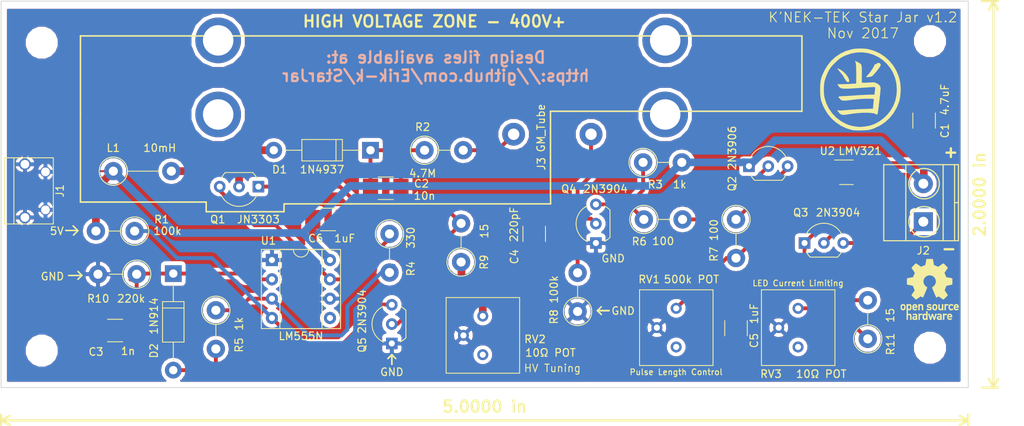
<source format=kicad_pcb>
(kicad_pcb (version 4) (host pcbnew 4.0.6)
  (layers (0 F.Cu signal) (31 B.Cu signal) (35 F.Paste user) (36 B.SilkS user) (37 F.SilkS user) (39 F.Mask user) (44 Edge.Cuts user))
  (net 0 "")
  (net 1 GND)
  (net 2 "Net-(C2-Pad1)")
  (net 3 "Net-(C3-Pad1)")
  (net 4 /PulseOutput)
  (net 5 +5V)
  (net 6 "Net-(D1-Pad2)")
  (net 7 "Net-(D2-Pad2)")
  (net 8 "Net-(J2-Pad1)")
  (net 9 "Net-(J3-Pad1)")
  (net 10 "Net-(Q1-Pad1)")
  (net 11 "Net-(R4-Pad2)")
  (net 12 "Net-(Q2-Pad3)")
  (net 13 "Net-(Q1-Pad3)")
  (net 14 "Net-(Q3-Pad2)")
  (net 15 "Net-(Q3-Pad1)")
  (net 16 "Net-(C4-Pad1)")
  (net 17 "Net-(Q2-Pad2)")
  (net 18 "Net-(Q4-Pad3)")
  (net 19 "Net-(Q5-Pad3)")
  (net 20 "Net-(R9-Pad1)")
  (net 21 "Net-(R11-Pad1)")
  (module Mounting_Holes:MountingHole_3.2mm_M3 (layer F.Cu) (at 184.2008 100.1776)
    (fp_text reference REF** hide)
    (fp_text value MountingHole_3.2mm_M3 hide)
    (pad 1 np_thru_hole circle (at 0 0) (size 3.2 3.2) (drill 3.2) (layers *.Cu *.Mask))
  )
  (module Mounting_Holes:MountingHole_3.2mm_M3 (layer F.Cu) (at 184.2008 59.8678)
    (fp_text reference REF** hide)
    (fp_text value MountingHole_3.2mm_M3 hide)
    (pad 1 np_thru_hole circle (at 0 0) (size 3.2 3.2) (drill 3.2) (layers *.Cu *.Mask))
  )
  (module Mounting_Holes:MountingHole_3.2mm_M3 (layer F.Cu) (at 67.564 100.5586)
    (fp_text reference REF** hide)
    (fp_text value MountingHole_3.2mm_M3 hide)
    (pad 1 np_thru_hole circle (at 0 0) (size 3.2 3.2) (drill 3.2) (layers *.Cu *.Mask))
  )
  (module Capacitors_SMD:C_1210_HandSoldering (layer F.Cu) (at 183.43 70.31 90)
    (fp_text reference C1 (at -1.3434 2.7266 90) (layer F.SilkS))
    (fp_text value 4.7uF (at 2.746 2.7266 90) (layer F.SilkS))
    (pad 1 smd rect (at -2 0 90) (size 2 2.5) (layers F.Cu F.Paste F.Mask) (net 5 +5V))
    (pad 2 smd rect (at 2 0 90) (size 2 2.5) (layers F.Cu F.Paste F.Mask) (net 1 GND))
  )
  (module Capacitors_SMD:C_1210_HandSoldering (layer F.Cu) (at 112.73 79.21)
    (fp_text reference C2 (at 4.7 -0.6) (layer F.SilkS))
    (fp_text value 10n (at 5.1 1) (layer F.SilkS))
    (pad 1 smd rect (at -2 0) (size 2 2.5) (layers F.Cu F.Paste F.Mask) (net 2 "Net-(C2-Pad1)"))
    (pad 2 smd rect (at 2 0) (size 2 2.5) (layers F.Cu F.Paste F.Mask) (net 1 GND))
  )
  (module Capacitors_SMD:C_1210_HandSoldering (layer F.Cu) (at 77.1906 97.917 180)
    (fp_text reference C3 (at 2.5 -2.8 180) (layer F.SilkS))
    (fp_text value 1n (at -1.7 -2.7 180) (layer F.SilkS))
    (pad 1 smd rect (at -2 0 180) (size 2 2.5) (layers F.Cu F.Paste F.Mask) (net 3 "Net-(C3-Pad1)"))
    (pad 2 smd rect (at 2 0 180) (size 2 2.5) (layers F.Cu F.Paste F.Mask) (net 1 GND))
  )
  (module Capacitors_SMD:C_1210_HandSoldering (layer F.Cu) (at 132.23 85.21 270)
    (fp_text reference C4 (at 3 2.6 450) (layer F.SilkS))
    (fp_text value 220pF (at -1.25 2.65 450) (layer F.SilkS))
    (pad 1 smd rect (at -2 0 270) (size 2 2.5) (layers F.Cu F.Paste F.Mask) (net 16 "Net-(C4-Pad1)"))
    (pad 2 smd rect (at 2 0 270) (size 2 2.5) (layers F.Cu F.Paste F.Mask) (net 1 GND))
  )
  (module Diodes_THT:D_DO-41_SOD81_P12.70mm_Horizontal (layer F.Cu) (at 110.73 74.21 180)
    (fp_text reference D1 (at 11.938 -2.54 180) (layer F.SilkS))
    (fp_text value 1N4937 (at 6.35 -2.54 180) (layer F.SilkS))
    (pad 1 thru_hole rect (at 0 0 180) (size 2.2 2.2) (drill 1.1) (layers *.Cu *.Mask) (net 2 "Net-(C2-Pad1)"))
    (pad 2 thru_hole oval (at 12.7 0 180) (size 2.2 2.2) (drill 1.1) (layers *.Cu *.Mask) (net 6 "Net-(D1-Pad2)"))
  )
  (module Diodes_THT:D_DO-41_SOD81_P12.70mm_Horizontal (layer F.Cu) (at 84.836 90.424 270)
    (fp_text reference D2 (at 10.16 2.54 270) (layer F.SilkS))
    (fp_text value 1N914 (at 5.588 2.54 270) (layer F.SilkS))
    (pad 1 thru_hole rect (at 0 0 270) (size 2.2 2.2) (drill 1.1) (layers *.Cu *.Mask) (net 3 "Net-(C3-Pad1)"))
    (pad 2 thru_hole oval (at 12.7 0 270) (size 2.2 2.2) (drill 1.1) (layers *.Cu *.Mask) (net 7 "Net-(D2-Pad2)"))
  )
  (module TO_SOT_Packages_THT:TO-92_Inline_Wide (layer F.Cu) (at 96.012 78.994 180)
    (fp_text reference Q1 (at 5.334 -4.318 360) (layer F.SilkS))
    (fp_text value JN3303 (at 0 -4.318 180) (layer F.SilkS))
    (pad 2 thru_hole circle (at 2.54 0 270) (size 1.524 1.524) (drill 0.8) (layers *.Cu *.Mask) (net 6 "Net-(D1-Pad2)"))
    (pad 3 thru_hole circle (at 5.08 0 270) (size 1.524 1.524) (drill 0.8) (layers *.Cu *.Mask) (net 13 "Net-(Q1-Pad3)"))
    (pad 1 thru_hole rect (at 0 0 270) (size 1.524 1.524) (drill 0.8) (layers *.Cu *.Mask) (net 10 "Net-(Q1-Pad1)"))
  )
  (module TO_SOT_Packages_THT:TO-92_Inline_Wide (layer F.Cu) (at 160.43 76.31)
    (fp_text reference Q2 (at -2.2 2.3 90) (layer F.SilkS))
    (fp_text value 2N3906 (at -2.2 -2.4 270) (layer F.SilkS))
    (pad 2 thru_hole circle (at 2.54 0 90) (size 1.524 1.524) (drill 0.8) (layers *.Cu *.Mask) (net 17 "Net-(Q2-Pad2)"))
    (pad 3 thru_hole circle (at 5.08 0 90) (size 1.524 1.524) (drill 0.8) (layers *.Cu *.Mask) (net 12 "Net-(Q2-Pad3)"))
    (pad 1 thru_hole rect (at 0 0 90) (size 1.524 1.524) (drill 0.8) (layers *.Cu *.Mask) (net 5 +5V))
  )
  (module Potentiometers:Potentiometer_Trimmer_Suntan_TSR-3386P_Horizontal (layer F.Cu) (at 150.876 94.996 180)
    (fp_text reference RV1 (at 3.556 3.81 180) (layer F.SilkS))
    (fp_text value "500k POT" (at -2.0066 3.81 180) (layer F.SilkS))
    (pad 3 thru_hole circle (at 0 -5.08 180) (size 1.44 1.44) (drill 0.8) (layers *.Cu *.Mask))
    (pad 2 thru_hole circle (at 2.54 -2.54 180) (size 1.44 1.44) (drill 0.8) (layers *.Cu *.Mask) (net 1 GND))
    (pad 1 thru_hole circle (at 0 0 180) (size 1.44 1.44) (drill 0.8) (layers *.Cu *.Mask) (net 4 /PulseOutput))
  )
  (module Potentiometers:Potentiometer_Trimmer_Suntan_TSR-3386P_Horizontal (layer F.Cu) (at 125.476 96.012 180)
    (fp_text reference RV2 (at -6.858 -3.048 180) (layer F.SilkS))
    (fp_text value "10Ω POT" (at -8.89 -4.826 180) (layer F.SilkS))
    (pad 3 thru_hole circle (at 0 -5.08 180) (size 1.44 1.44) (drill 0.8) (layers *.Cu *.Mask))
    (pad 2 thru_hole circle (at 2.54 -2.54 180) (size 1.44 1.44) (drill 0.8) (layers *.Cu *.Mask) (net 1 GND))
    (pad 1 thru_hole circle (at 0 0 180) (size 1.44 1.44) (drill 0.8) (layers *.Cu *.Mask) (net 20 "Net-(R9-Pad1)"))
  )
  (module Housings_DIP:DIP-8_W7.62mm_Socket (layer F.Cu) (at 97.79 88.646)
    (fp_text reference U1 (at -0.46 -2.536) (layer F.SilkS))
    (fp_text value LM555N (at 3.81 10.01) (layer F.SilkS))
    (pad 1 thru_hole rect (at 0 0) (size 1.6 1.6) (drill 0.8) (layers *.Cu *.Mask) (net 1 GND))
    (pad 5 thru_hole oval (at 7.62 7.62) (size 1.6 1.6) (drill 0.8) (layers *.Cu *.Mask))
    (pad 2 thru_hole oval (at 0 2.54) (size 1.6 1.6) (drill 0.8) (layers *.Cu *.Mask) (net 3 "Net-(C3-Pad1)"))
    (pad 6 thru_hole oval (at 7.62 5.08) (size 1.6 1.6) (drill 0.8) (layers *.Cu *.Mask) (net 1 GND))
    (pad 3 thru_hole oval (at 0 5.08) (size 1.6 1.6) (drill 0.8) (layers *.Cu *.Mask) (net 11 "Net-(R4-Pad2)"))
    (pad 7 thru_hole oval (at 7.62 2.54) (size 1.6 1.6) (drill 0.8) (layers *.Cu *.Mask) (net 13 "Net-(Q1-Pad3)"))
    (pad 4 thru_hole oval (at 0 7.62) (size 1.6 1.6) (drill 0.8) (layers *.Cu *.Mask) (net 19 "Net-(Q5-Pad3)"))
    (pad 8 thru_hole oval (at 7.62 0) (size 1.6 1.6) (drill 0.8) (layers *.Cu *.Mask) (net 5 +5V))
  )
  (module Resistors_THT:R_Axial_DIN0411_L9.9mm_D3.6mm_P5.08mm_Vertical (layer F.Cu) (at 79.756 84.836 180)
    (fp_text reference R1 (at -3.556 1.524 180) (layer F.SilkS))
    (fp_text value 100k (at -4.318 0 180) (layer F.SilkS))
    (pad 1 thru_hole circle (at 0 0 180) (size 2.4 2.4) (drill 1.2) (layers *.Cu *.Mask) (net 19 "Net-(Q5-Pad3)"))
    (pad 2 thru_hole oval (at 5.08 0 180) (size 2.4 2.4) (drill 1.2) (layers *.Cu *.Mask) (net 5 +5V))
  )
  (module Resistors_THT:R_Axial_DIN0411_L9.9mm_D3.6mm_P5.08mm_Vertical (layer F.Cu) (at 117.83 74.21)
    (fp_text reference R2 (at -0.254 -3.048) (layer F.SilkS))
    (fp_text value 4.7M (at -0.254 3.048) (layer F.SilkS))
    (pad 1 thru_hole circle (at 0 0) (size 2.4 2.4) (drill 1.2) (layers *.Cu *.Mask) (net 2 "Net-(C2-Pad1)"))
    (pad 2 thru_hole oval (at 5.08 0) (size 2.4 2.4) (drill 1.2) (layers *.Cu *.Mask) (net 9 "Net-(J3-Pad1)"))
  )
  (module Resistors_THT:R_Axial_DIN0411_L9.9mm_D3.6mm_P5.08mm_Vertical (layer F.Cu) (at 146.53 75.81)
    (fp_text reference R3 (at 1.6 2.9) (layer F.SilkS))
    (fp_text value 1k (at 4.8 2.9) (layer F.SilkS))
    (pad 1 thru_hole circle (at 0 0) (size 2.4 2.4) (drill 1.2) (layers *.Cu *.Mask) (net 18 "Net-(Q4-Pad3)"))
    (pad 2 thru_hole oval (at 5.08 0) (size 2.4 2.4) (drill 1.2) (layers *.Cu *.Mask) (net 5 +5V))
  )
  (module Resistors_THT:R_Axial_DIN0411_L9.9mm_D3.6mm_P5.08mm_Vertical (layer F.Cu) (at 113.23 85.21 270)
    (fp_text reference R4 (at 4.572 -2.794 270) (layer F.SilkS))
    (fp_text value 330 (at 0.508 -2.794 270) (layer F.SilkS))
    (pad 1 thru_hole circle (at 0 0 270) (size 2.4 2.4) (drill 1.2) (layers *.Cu *.Mask) (net 13 "Net-(Q1-Pad3)"))
    (pad 2 thru_hole oval (at 5.08 0 270) (size 2.4 2.4) (drill 1.2) (layers *.Cu *.Mask) (net 11 "Net-(R4-Pad2)"))
  )
  (module Resistors_THT:R_Axial_DIN0411_L9.9mm_D3.6mm_P5.08mm_Vertical (layer F.Cu) (at 90.424 95.25 270)
    (fp_text reference R5 (at 4.572 -3.048 270) (layer F.SilkS))
    (fp_text value 1k (at 1.778 -3.048 270) (layer F.SilkS))
    (pad 1 thru_hole circle (at 0 0 270) (size 2.4 2.4) (drill 1.2) (layers *.Cu *.Mask) (net 11 "Net-(R4-Pad2)"))
    (pad 2 thru_hole oval (at 5.08 0 270) (size 2.4 2.4) (drill 1.2) (layers *.Cu *.Mask) (net 7 "Net-(D2-Pad2)"))
  )
  (module Resistors_THT:R_Axial_DIN0411_L9.9mm_D3.6mm_P5.08mm_Vertical (layer F.Cu) (at 146.63 83.31)
    (fp_text reference R6 (at -0.6 2.9) (layer F.SilkS))
    (fp_text value 100 (at 2.54 2.86) (layer F.SilkS))
    (pad 1 thru_hole circle (at 0 0) (size 2.4 2.4) (drill 1.2) (layers *.Cu *.Mask) (net 18 "Net-(Q4-Pad3)"))
    (pad 2 thru_hole oval (at 5.08 0) (size 2.4 2.4) (drill 1.2) (layers *.Cu *.Mask) (net 17 "Net-(Q2-Pad2)"))
  )
  (module Resistors_THT:R_Axial_DIN0411_L9.9mm_D3.6mm_P5.08mm_Vertical (layer F.Cu) (at 158.73 83.31 270)
    (fp_text reference R7 (at 4.574 2.901 270) (layer F.SilkS))
    (fp_text value 100 (at 1.399 2.901 270) (layer F.SilkS))
    (pad 1 thru_hole circle (at 0 0 270) (size 2.4 2.4) (drill 1.2) (layers *.Cu *.Mask) (net 12 "Net-(Q2-Pad3)"))
    (pad 2 thru_hole oval (at 5.08 0 270) (size 2.4 2.4) (drill 1.2) (layers *.Cu *.Mask) (net 4 /PulseOutput))
  )
  (module Resistors_THT:R_Axial_DIN0411_L9.9mm_D3.6mm_P5.08mm_Vertical (layer F.Cu) (at 137.93 95.41 90)
    (fp_text reference R8 (at -0.7 -3.1 90) (layer F.SilkS))
    (fp_text value 100k (at 2.9 -3.1 90) (layer F.SilkS))
    (pad 1 thru_hole circle (at 0 0 90) (size 2.4 2.4) (drill 1.2) (layers *.Cu *.Mask) (net 1 GND))
    (pad 2 thru_hole oval (at 5.08 0 90) (size 2.4 2.4) (drill 1.2) (layers *.Cu *.Mask) (net 16 "Net-(C4-Pad1)"))
  )
  (module TO_SOT_Packages_THT:TO-92_Inline_Wide (layer F.Cu) (at 140.33 86.41 90)
    (fp_text reference Q4 (at 7.112 -3.556 360) (layer F.SilkS))
    (fp_text value 2N3904 (at 7.112 1.27 180) (layer F.SilkS))
    (pad 2 thru_hole circle (at 2.54 0 180) (size 1.524 1.524) (drill 0.8) (layers *.Cu *.Mask) (net 16 "Net-(C4-Pad1)"))
    (pad 3 thru_hole circle (at 5.08 0 180) (size 1.524 1.524) (drill 0.8) (layers *.Cu *.Mask) (net 18 "Net-(Q4-Pad3)"))
    (pad 1 thru_hole rect (at 0 0 180) (size 1.524 1.524) (drill 0.8) (layers *.Cu *.Mask) (net 1 GND))
  )
  (module Resistors_THT:R_Axial_DIN0411_L9.9mm_D3.6mm_P5.08mm_Vertical (layer F.Cu) (at 122.63 88.91 90)
    (fp_text reference R9 (at -0.0154 3.0238 90) (layer F.SilkS))
    (fp_text value 15 (at 4.064 3.048 90) (layer F.SilkS))
    (pad 1 thru_hole circle (at 0 0 90) (size 2.4 2.4) (drill 1.2) (layers *.Cu *.Mask) (net 20 "Net-(R9-Pad1)"))
    (pad 2 thru_hole oval (at 5.08 0 90) (size 2.4 2.4) (drill 1.2) (layers *.Cu *.Mask) (net 10 "Net-(Q1-Pad1)"))
  )
  (module Capacitors_SMD:C_1210_HandSoldering (layer F.Cu) (at 158.73 97.61 270)
    (fp_text reference C5 (at 1.6278 -2.3822 270) (layer F.SilkS))
    (fp_text value 1uF (at -1.9028 -2.3822 270) (layer F.SilkS))
    (pad 1 smd rect (at -2 0 270) (size 2 2.5) (layers F.Cu F.Paste F.Mask) (net 4 /PulseOutput))
    (pad 2 smd rect (at 2 0 270) (size 2 2.5) (layers F.Cu F.Paste F.Mask) (net 1 GND))
  )
  (module Capacitors_SMD:C_1210_HandSoldering (layer F.Cu) (at 105.156 83.312)
    (fp_text reference C6 (at -1.6256 2.4892) (layer F.SilkS))
    (fp_text value 1uF (at 2.1844 2.4892) (layer F.SilkS))
    (pad 1 smd rect (at -2 0) (size 2 2.5) (layers F.Cu F.Paste F.Mask) (net 5 +5V))
    (pad 2 smd rect (at 2 0) (size 2 2.5) (layers F.Cu F.Paste F.Mask) (net 1 GND))
  )
  (module Resistors_THT:R_Axial_DIN0411_L9.9mm_D3.6mm_P7.62mm_Vertical (layer F.Cu) (at 76.962 76.962)
    (fp_text reference L1 (at 0 -3.048) (layer F.SilkS))
    (fp_text value 10mH (at 6.096 -3.048) (layer F.SilkS))
    (pad 1 thru_hole circle (at 0 0) (size 2.4 2.4) (drill 1.2) (layers *.Cu *.Mask) (net 5 +5V))
    (pad 2 thru_hole oval (at 7.62 0) (size 2.4 2.4) (drill 1.2) (layers *.Cu *.Mask) (net 6 "Net-(D1-Pad2)"))
  )
  (module TO_SOT_Packages_THT:TO-92_Inline_Wide (layer F.Cu) (at 167.73 86.41)
    (fp_text reference Q3 (at -0.5 -4 180) (layer F.SilkS))
    (fp_text value 2N3904 (at 4.4 -4 180) (layer F.SilkS))
    (pad 2 thru_hole circle (at 2.54 0 90) (size 1.524 1.524) (drill 0.8) (layers *.Cu *.Mask) (net 14 "Net-(Q3-Pad2)"))
    (pad 3 thru_hole circle (at 5.08 0 90) (size 1.524 1.524) (drill 0.8) (layers *.Cu *.Mask) (net 8 "Net-(J2-Pad1)"))
    (pad 1 thru_hole rect (at 0 0 90) (size 1.524 1.524) (drill 0.8) (layers *.Cu *.Mask) (net 15 "Net-(Q3-Pad1)"))
  )
  (module Potentiometers:Potentiometer_Trimmer_Suntan_TSR-3386P_Horizontal (layer F.Cu) (at 166.878 94.996 180)
    (fp_text reference RV3 (at 3.556 -8.636 180) (layer F.SilkS))
    (fp_text value "10Ω POT" (at -3.048 -8.636 180) (layer F.SilkS))
    (pad 3 thru_hole circle (at 0 -5.08 180) (size 1.44 1.44) (drill 0.8) (layers *.Cu *.Mask))
    (pad 2 thru_hole circle (at 2.54 -2.54 180) (size 1.44 1.44) (drill 0.8) (layers *.Cu *.Mask) (net 1 GND))
    (pad 1 thru_hole circle (at 0 0 180) (size 1.44 1.44) (drill 0.8) (layers *.Cu *.Mask) (net 21 "Net-(R11-Pad1)"))
  )
  (module TO_SOT_Packages_SMD:SOT-23-5_HandSoldering (layer F.Cu) (at 173.23 77.11)
    (fp_text reference U2 (at -2.5 -2.8) (layer F.SilkS))
    (fp_text value LMV321 (at 1.8 -2.8) (layer F.SilkS))
    (pad 1 smd rect (at -1.35 -0.95) (size 1.56 0.65) (layers F.Cu F.Paste F.Mask) (net 4 /PulseOutput))
    (pad 2 smd rect (at -1.35 0) (size 1.56 0.65) (layers F.Cu F.Paste F.Mask) (net 1 GND))
    (pad 3 smd rect (at -1.35 0.95) (size 1.56 0.65) (layers F.Cu F.Paste F.Mask) (net 15 "Net-(Q3-Pad1)"))
    (pad 4 smd rect (at 1.35 0.95) (size 1.56 0.65) (layers F.Cu F.Paste F.Mask) (net 14 "Net-(Q3-Pad2)"))
    (pad 5 smd rect (at 1.35 -0.95) (size 1.56 0.65) (layers F.Cu F.Paste F.Mask) (net 5 +5V))
  )
  (module Connectors_Terminal_Blocks:TerminalBlock_Pheonix_MKDS1.5-2pol (layer F.Cu) (at 183.33 83.61 90)
    (fp_text reference J2 (at -3.8 0 180) (layer F.SilkS))
    (fp_text value Screw_Terminal_1x02 hide)
    (pad 1 thru_hole rect (at 0 0 90) (size 2.5 2.5) (drill 1.3) (layers *.Cu *.Mask) (net 8 "Net-(J2-Pad1)"))
    (pad 2 thru_hole circle (at 5 0 90) (size 2.5 2.5) (drill 1.3) (layers *.Cu *.Mask) (net 5 +5V))
  )
  (module Wire_Connections_Bridges:WireConnection_1.50mmDrill (layer F.Cu) (at 129.53 72.11)
    (fp_text reference J3 (at 3.6422 3.8868 90) (layer F.SilkS))
    (fp_text value GM_Tube (at 3.5914 -0.8122 90) (layer F.SilkS))
    (pad 1 thru_hole circle (at 0 0) (size 2.99974 2.99974) (drill 1.50114) (layers *.Cu *.Mask) (net 9 "Net-(J3-Pad1)"))
    (pad 2 thru_hole circle (at 10.16 0) (size 2.99974 2.99974) (drill 1.50114) (layers *.Cu *.Mask) (net 16 "Net-(C4-Pad1)"))
  )
  (module TO_SOT_Packages_THT:TO-92_Inline_Wide (layer F.Cu) (at 113.53 99.61 90)
    (fp_text reference Q5 (at -0.2 -3.9 270) (layer F.SilkS))
    (fp_text value 2N3904 (at 4.2 -3.9 90) (layer F.SilkS))
    (pad 2 thru_hole circle (at 2.54 0 180) (size 1.524 1.524) (drill 0.8) (layers *.Cu *.Mask) (net 10 "Net-(Q1-Pad1)"))
    (pad 3 thru_hole circle (at 5.08 0 180) (size 1.524 1.524) (drill 0.8) (layers *.Cu *.Mask) (net 19 "Net-(Q5-Pad3)"))
    (pad 1 thru_hole rect (at 0 0 180) (size 1.524 1.524) (drill 0.8) (layers *.Cu *.Mask) (net 1 GND))
  )
  (module Resistors_THT:R_Axial_DIN0411_L9.9mm_D3.6mm_P5.08mm_Vertical (layer F.Cu) (at 80.03 90.51 180)
    (fp_text reference R10 (at 5.0492 -3.216 180) (layer F.SilkS))
    (fp_text value 220k (at 0.7312 -3.216 180) (layer F.SilkS))
    (pad 1 thru_hole circle (at 0 0 180) (size 2.4 2.4) (drill 1.2) (layers *.Cu *.Mask) (net 3 "Net-(C3-Pad1)"))
    (pad 2 thru_hole oval (at 5.08 0 180) (size 2.4 2.4) (drill 1.2) (layers *.Cu *.Mask) (net 1 GND))
  )
  (module Resistors_THT:R_Axial_DIN0411_L9.9mm_D3.6mm_P5.08mm_Vertical (layer F.Cu) (at 176.03 99.01 90)
    (fp_text reference R11 (at -0.685 2.9892 90) (layer F.SilkS))
    (fp_text value 15 (at 3.0996 2.9638 90) (layer F.SilkS))
    (pad 1 thru_hole circle (at 0 0 90) (size 2.4 2.4) (drill 1.2) (layers *.Cu *.Mask) (net 21 "Net-(R11-Pad1)"))
    (pad 2 thru_hole oval (at 5.08 0 90) (size 2.4 2.4) (drill 1.2) (layers *.Cu *.Mask) (net 15 "Net-(Q3-Pad1)"))
  )
  (module CustomFootprints:GM_tube_ziptie_mounts (layer F.Cu) (at 90.73 69.51 90)
    (fp_text reference FuseHolder1 hide)
    (fp_text value ZipTie)
    (pad 1 thru_hole circle (at 0 0 90) (size 6 6) (drill 4) (layers *.Cu *.Mask))
    (pad 2 thru_hole circle (at 9.74 0 90) (size 6 6) (drill oval 4) (layers *.Cu *.Mask))
  )
  (module CustomFootprints:GM_tube_ziptie_mounts (layer F.Cu) (at 149.43 69.51 90)
    (fp_text reference FuseHolder1 hide)
    (fp_text value ZipTie)
    (pad 1 thru_hole circle (at 0 0 90) (size 6 6) (drill 4) (layers *.Cu *.Mask))
    (pad 2 thru_hole circle (at 9.74 0 90) (size 6 6) (drill 4) (layers *.Cu *.Mask))
  )
  (module KNEK-TEK_logo:KNEK-TEK_logo_11mm (layer F.Cu) (at 175.0822 66.294)
    (fp_text reference G*** hide)
    (fp_text value LOGO hide)
  )
  (module Symbols:OSHW-Logo_7.5x8mm_SilkScreen (layer F.Cu) (at 184.15 92.5068)
    (fp_text reference REF*** hide)
    (fp_text value OSHW-Logo_7.5x8mm_SilkScreen hide)
  )
  (module Mounting_Holes:MountingHole_3.2mm_M3 (layer F.Cu) (at 67.564 60.071)
    (fp_text reference REF** hide)
    (fp_text value MountingHole_3.2mm_M3 hide)
    (pad 1 np_thru_hole circle (at 0 0) (size 3.2 3.2) (drill 3.2) (layers *.Cu *.Mask))
  )
  (module CustomFootprints:USB_Micro-B_big_holes_for_OSHpark (layer F.Cu) (at 66.7004 79.5528 270)
    (fp_text reference J1 (at 0 -3.24 270) (layer F.SilkS))
    (fp_text value USB_OTG)
    (pad 1 smd rect (at -1.3 -1.35) (size 1.35 0.4) (layers F.Cu F.Paste F.Mask) (net 5 +5V))
    (pad 2 smd rect (at -0.65 -1.35) (size 1.35 0.4) (layers F.Cu F.Paste F.Mask))
    (pad 3 smd rect (at 0 -1.35) (size 1.35 0.4) (layers F.Cu F.Paste F.Mask))
    (pad 4 smd rect (at 0.65 -1.35) (size 1.35 0.4) (layers F.Cu F.Paste F.Mask))
    (pad 5 smd rect (at 1.3 -1.35) (size 1.35 0.4) (layers F.Cu F.Paste F.Mask) (net 1 GND))
    (pad 6 thru_hole circle (at -2.5 -1.35) (size 1.397 1.397) (drill 1.143) (layers *.Cu *.Mask) (net 1 GND))
    (pad 6 thru_hole circle (at 2.5 -1.35) (size 1.397 1.397) (drill 1.143) (layers *.Cu *.Mask) (net 1 GND))
    (pad 6 thru_hole circle (at -3.5 1.35) (size 1.5494 1.5494) (drill 1.143) (layers *.Cu *.Mask) (net 1 GND))
    (pad 6 thru_hole circle (at 3.5 1.35) (size 1.5494 1.5494) (drill 1.143) (layers *.Cu *.Mask) (net 1 GND))
  )
  (gr_line (start 72.2884 84.7598) (end 70.7136 84.7598) (angle 90) (layer F.SilkS) (width 0.2))
  (gr_line (start 72.3138 84.7852) (end 71.7296 85.3694) (angle 90) (layer F.SilkS) (width 0.2))
  (gr_line (start 72.3138 84.7852) (end 71.6788 84.1502) (angle 90) (layer F.SilkS) (width 0.2))
  (gr_text 5V (at 69.5452 84.836) (layer F.SilkS) (effects (font (size 1 1))))
  (gr_text "Design files available at:\nhttps://github.com/Erik-k/StarJar" (at 119.3038 63.2206) (layer B.SilkS) (effects (font (size 1.5 1.5) (thickness 0.3)) (justify mirror)))
  (gr_line (start 72.7964 90.7034) (end 72.3138 91.186) (angle 90) (layer F.SilkS) (width 0.2))
  (gr_line (start 72.8472 90.678) (end 72.3138 90.1446) (angle 90) (layer F.SilkS) (width 0.2))
  (gr_line (start 71.0946 90.678) (end 72.8472 90.678) (angle 90) (layer F.SilkS) (width 0.2))
  (gr_text GND (at 68.961 90.805) (layer F.SilkS) (effects (font (size 1 1))))
  (gr_text GND (at 142.5956 88.4428) (layer F.SilkS) (effects (font (size 1 1))))
  (gr_line (start 134.38 80.26) (end 134.38 81.26) (angle 90) (layer F.SilkS) (width 0.2))
  (gr_line (start 108.03 81.26) (end 108.23 81.26) (angle 90) (layer F.SilkS) (width 0.2))
  (gr_line (start 99.38 81.26) (end 99.38 82.31) (angle 90) (layer F.SilkS) (width 0.2))
  (gr_text "LED Current Limiting" (at 166.878 91.694) (layer F.SilkS) (effects (font (size 0.762 0.762) (thickness 0.127))))
  (gr_line (start 113.538 101.092) (end 114.046 101.6) (angle 90) (layer F.SilkS) (width 0.2))
  (gr_line (start 113.03 101.6) (end 113.538 101.092) (angle 90) (layer F.SilkS) (width 0.2))
  (gr_line (start 113.538 101.092) (end 113.03 101.6) (angle 90) (layer F.SilkS) (width 0.2))
  (gr_line (start 113.538 102.362) (end 113.538 101.092) (angle 90) (layer F.SilkS) (width 0.2))
  (gr_line (start 113.538 101.092) (end 113.538 102.362) (angle 90) (layer F.SilkS) (width 0.2))
  (gr_text GND (at 113.538 103.378) (layer F.SilkS) (effects (font (size 1 1))))
  (gr_line (start 140.5313 95.2981) (end 141.0393 94.7901) (angle 90) (layer F.SilkS) (width 0.2))
  (gr_line (start 141.0393 95.8061) (end 140.5313 95.2981) (angle 90) (layer F.SilkS) (width 0.2))
  (gr_line (start 140.5313 95.2981) (end 141.0393 95.8061) (angle 90) (layer F.SilkS) (width 0.2))
  (gr_line (start 142.0553 95.2981) (end 140.5313 95.2981) (angle 90) (layer F.SilkS) (width 0.2))
  (gr_line (start 140.5313 95.2981) (end 142.0553 95.2981) (angle 90) (layer F.SilkS) (width 0.2))
  (gr_text GND (at 143.9064 95.332) (layer F.SilkS) (effects (font (size 1 1))))
  (gr_line (start 99.414 81.264) (end 108.05 81.264) (angle 90) (layer F.SilkS) (width 0.2))
  (gr_line (start 89.154 82.296) (end 99.314 82.296) (angle 90) (layer F.SilkS) (width 0.2))
  (gr_line (start 89.154 81.026) (end 89.154 82.296) (angle 90) (layer F.SilkS) (width 0.2))
  (gr_line (start 72.644 81.026) (end 89.154 81.026) (angle 90) (layer F.SilkS) (width 0.2))
  (gr_line (start 72.644 69.342) (end 72.644 81.026) (angle 90) (layer F.SilkS) (width 0.2))
  (dimension 127 (width 0.3) (layer F.SilkS) (gr_text "5.0000 in" (at 125.73 111.078) (layer F.SilkS) (effects (font (size 1.5 1.5) (thickness 0.3)))) (feature1 (pts (xy 62.23 108.966) (xy 62.23 112.428))) (feature2 (pts (xy 189.23 108.966) (xy 189.23 112.428))) (crossbar (pts (xy 189.23 109.728) (xy 62.23 109.728))) (arrow1a (pts (xy 62.23 109.728) (xy 63.356504 109.141579))) (arrow1b (pts (xy 62.23 109.728) (xy 63.356504 110.314421))) (arrow2a (pts (xy 189.23 109.728) (xy 188.103496 109.141579))) (arrow2b (pts (xy 189.23 109.728) (xy 188.103496 110.314421))))
  (dimension 50.8 (width 0.3) (layer F.SilkS) (gr_text "2.0000 in" (at 193.882 80.01 270) (layer F.SilkS) (effects (font (size 1.5 1.5) (thickness 0.3)))) (feature1 (pts (xy 191.008 105.41) (xy 195.232 105.41))) (feature2 (pts (xy 191.008 54.61) (xy 195.232 54.61))) (crossbar (pts (xy 192.532 54.61) (xy 192.532 105.41))) (arrow1a (pts (xy 192.532 105.41) (xy 191.945579 104.283496))) (arrow1b (pts (xy 192.532 105.41) (xy 193.118421 104.283496))) (arrow2a (pts (xy 192.532 54.61) (xy 191.945579 55.736504))) (arrow2b (pts (xy 192.532 54.61) (xy 193.118421 55.736504))))
  (gr_text "HIGH VOLTAGE ZONE - 400V+" (at 119.126 57.277) (layer F.SilkS) (effects (font (size 1.5 1.5) (thickness 0.3))))
  (gr_line (start 167.386 59.182) (end 72.644 59.182) (angle 90) (layer F.SilkS) (width 0.2))
  (gr_line (start 167.386 69.088) (end 167.386 59.182) (angle 90) (layer F.SilkS) (width 0.2))
  (gr_line (start 134.366 69.088) (end 167.386 69.088) (angle 90) (layer F.SilkS) (width 0.2))
  (gr_line (start 134.366 80.264) (end 134.366 69.088) (angle 90) (layer F.SilkS) (width 0.2))
  (gr_line (start 108.204 81.264) (end 134.366 81.264) (angle 90) (layer F.SilkS) (width 0.2))
  (gr_line (start 72.644 59.182) (end 72.644 69.342) (angle 90) (layer F.SilkS) (width 0.2))
  (gr_text - (at 186.69 87.122) (layer F.SilkS) (effects (font (size 1.5 1.5) (thickness 0.3))))
  (gr_text + (at 186.944 74.422) (layer F.SilkS) (effects (font (size 1.5 1.5) (thickness 0.3))))
  (gr_text "K'NEK-TEK Star Jar v1.2\nNov 2017" (at 175.387 57.785) (layer F.SilkS) (effects (font (size 1.3 1.3) (thickness 0.127))))
  (gr_text "HV Tuning" (at 134.62 102.87) (layer F.SilkS) (effects (font (size 0.9906 0.9906) (thickness 0.127))))
  (gr_text "Pulse Length Control" (at 150.876 103.378) (layer F.SilkS) (effects (font (size 0.762 0.762) (thickness 0.127))))
  (gr_line (start 62.23 54.61) (end 62.23 105.41) (angle 90) (layer Edge.Cuts) (width 0.1))
  (gr_line (start 189.23 54.61) (end 62.23 54.61) (angle 90) (layer Edge.Cuts) (width 0.1))
  (gr_line (start 189.23 105.41) (end 189.23 54.61) (angle 90) (layer Edge.Cuts) (width 0.1))
  (gr_line (start 62.23 105.41) (end 189.23 105.41) (angle 90) (layer Edge.Cuts) (width 0.1))
  (segment (start 68.0504 80.8528) (end 69.7438 80.8528) (width 0.254) (layer F.Cu) (net 1))
  (segment (start 66.9328 80.8274) (end 68.2452 80.8274) (width 0.254) (layer F.Cu) (net 1))
  (segment (start 68.2452 80.8274) (end 68.2498 80.8228) (width 0.254) (layer F.Cu) (net 1))
  (segment (start 66.9328 80.8274) (end 65.7398 80.8274) (width 0.254) (layer F.Cu) (net 1))
  (segment (start 65.7398 80.8274) (end 65.7352 80.8228) (width 0.254) (layer F.Cu) (net 1))
  (segment (start 171.88 77.11) (end 170.93 77.11) (width 0.254) (layer F.Cu) (net 1))
  (segment (start 170.03 78.01) (end 170.03 78.51) (width 0.254) (layer F.Cu) (net 1))
  (segment (start 170.93 77.11) (end 170.03 78.01) (width 0.254) (layer F.Cu) (net 1))
  (segment (start 171.88 77.11) (end 173.23 77.11) (width 0.254) (layer F.Cu) (net 1))
  (segment (start 173.23 77.11) (end 173.23 75.51) (width 0.254) (layer F.Cu) (net 1))
  (segment (start 104.648 93.726) (end 105.41 93.726) (width 0.508) (layer B.Cu) (net 1))
  (segment (start 110.73 74.21) (end 117.83 74.21) (width 0.508) (layer F.Cu) (net 2))
  (segment (start 110.73 74.21) (end 110.73 79.21) (width 0.508) (layer F.Cu) (net 2))
  (segment (start 80.03 90.51) (end 80.03 94.5696) (width 0.508) (layer F.Cu) (net 3))
  (segment (start 79.1906 95.409) (end 79.1906 97.917) (width 0.508) (layer F.Cu) (net 3))
  (segment (start 80.03 94.5696) (end 79.1906 95.409) (width 0.508) (layer F.Cu) (net 3))
  (segment (start 79.216 91.218) (end 80.01 90.424) (width 0.508) (layer F.Cu) (net 3))
  (segment (start 80.01 90.424) (end 84.836 90.424) (width 0.508) (layer F.Cu) (net 3))
  (segment (start 84.836 90.424) (end 93.472 90.424) (width 0.508) (layer F.Cu) (net 3))
  (segment (start 94.234 91.186) (end 97.79 91.186) (width 0.508) (layer F.Cu) (net 3))
  (segment (start 93.472 90.424) (end 94.234 91.186) (width 0.508) (layer F.Cu) (net 3))
  (segment (start 171.88 76.16) (end 170.96 76.16) (width 0.508) (layer F.Cu) (net 4))
  (segment (start 170.96 76.16) (end 158.73 88.39) (width 0.508) (layer F.Cu) (net 4))
  (segment (start 158.73 88.39) (end 157.482 88.39) (width 0.508) (layer F.Cu) (net 4))
  (segment (start 157.482 88.39) (end 155.448 90.424) (width 0.508) (layer F.Cu) (net 4))
  (segment (start 158.75 93.726) (end 155.448 90.424) (width 0.508) (layer F.Cu) (net 4))
  (segment (start 158.75 95.536) (end 158.75 93.726) (width 0.508) (layer F.Cu) (net 4))
  (segment (start 155.448 90.424) (end 150.876 94.996) (width 0.508) (layer F.Cu) (net 4))
  (segment (start 76.962 76.962) (end 74.1172 76.962) (width 0.254) (layer F.Cu) (net 5))
  (segment (start 74.1172 76.962) (end 72.8264 78.2528) (width 0.254) (layer F.Cu) (net 5))
  (segment (start 72.8264 78.2528) (end 68.0504 78.2528) (width 0.254) (layer F.Cu) (net 5))
  (segment (start 180.88 76.16) (end 183.388 76.16) (width 1.016) (layer F.Cu) (net 5))
  (segment (start 183.33 76.21) (end 183.388 76.21) (width 1.016) (layer F.Cu) (net 5))
  (segment (start 183.338 76.21) (end 183.33 76.21) (width 1.016) (layer F.Cu) (net 5))
  (segment (start 183.388 76.16) (end 183.338 76.21) (width 1.016) (layer F.Cu) (net 5))
  (segment (start 174.58 76.16) (end 180.88 76.16) (width 1.016) (layer F.Cu) (net 5))
  (segment (start 159.63 75.81) (end 160.93 75.81) (width 1.016) (layer B.Cu) (net 5))
  (segment (start 160.93 75.81) (end 161.53 75.21) (width 1.016) (layer B.Cu) (net 5))
  (segment (start 183.33 78.61) (end 183.33 78.51) (width 1.016) (layer B.Cu) (net 5))
  (segment (start 183.33 78.51) (end 177.73 72.91) (width 1.016) (layer B.Cu) (net 5))
  (segment (start 177.73 72.91) (end 163.83 72.91) (width 1.016) (layer B.Cu) (net 5))
  (segment (start 163.83 72.91) (end 161.53 75.21) (width 1.016) (layer B.Cu) (net 5))
  (segment (start 161.53 75.21) (end 160.43 76.31) (width 1.016) (layer B.Cu) (net 5))
  (segment (start 151.61 75.81) (end 159.63 75.81) (width 1.016) (layer B.Cu) (net 5))
  (segment (start 159.63 75.81) (end 159.93 75.81) (width 1.016) (layer B.Cu) (net 5))
  (segment (start 159.93 75.81) (end 160.43 76.31) (width 1.016) (layer B.Cu) (net 5))
  (segment (start 101.854 85.09) (end 101.854 85.086) (width 1.016) (layer B.Cu) (net 5))
  (segment (start 148.51 78.91) (end 151.61 75.81) (width 1.016) (layer B.Cu) (net 5))
  (segment (start 108.03 78.91) (end 148.51 78.91) (width 1.016) (layer B.Cu) (net 5))
  (segment (start 101.854 85.086) (end 108.03 78.91) (width 1.016) (layer B.Cu) (net 5))
  (segment (start 183.388 78.566) (end 183.388 76.21) (width 1.016) (layer F.Cu) (net 5))
  (segment (start 183.388 76.21) (end 183.388 72.358) (width 1.016) (layer F.Cu) (net 5))
  (segment (start 101.854 85.09) (end 85.09 85.09) (width 1.016) (layer B.Cu) (net 5))
  (segment (start 85.09 85.09) (end 76.962 76.962) (width 1.016) (layer B.Cu) (net 5))
  (segment (start 74.676 84.836) (end 74.676 79.248) (width 1.016) (layer F.Cu) (net 5))
  (segment (start 74.676 79.248) (end 76.962 76.962) (width 1.016) (layer F.Cu) (net 5))
  (segment (start 103.156 83.312) (end 103.156 86.392) (width 1.016) (layer F.Cu) (net 5))
  (segment (start 103.156 86.392) (end 105.41 88.646) (width 1.016) (layer F.Cu) (net 5))
  (segment (start 105.378 88.614) (end 105.41 88.646) (width 1.016) (layer F.Cu) (net 5))
  (segment (start 101.854 85.09) (end 105.41 88.646) (width 1.016) (layer B.Cu) (net 5))
  (segment (start 98.03 74.21) (end 95.83 74.21) (width 1.016) (layer F.Cu) (net 6))
  (segment (start 95.83 74.21) (end 93.078 76.962) (width 1.016) (layer F.Cu) (net 6))
  (segment (start 84.582 76.962) (end 93.078 76.962) (width 1.016) (layer F.Cu) (net 6))
  (segment (start 93.078 76.962) (end 93.472 76.962) (width 1.016) (layer F.Cu) (net 6))
  (segment (start 93.472 78.994) (end 93.472 76.962) (width 1.016) (layer F.Cu) (net 6))
  (segment (start 90.424 100.33) (end 90.424 102.362) (width 0.508) (layer F.Cu) (net 7))
  (segment (start 89.662 103.124) (end 84.836 103.124) (width 0.508) (layer F.Cu) (net 7))
  (segment (start 90.424 102.362) (end 89.662 103.124) (width 0.508) (layer F.Cu) (net 7))
  (segment (start 172.81 86.41) (end 180.53 86.41) (width 0.508) (layer F.Cu) (net 8))
  (segment (start 180.53 86.41) (end 183.33 83.61) (width 0.508) (layer F.Cu) (net 8))
  (segment (start 122.91 74.21) (end 127.43 74.21) (width 0.508) (layer F.Cu) (net 9))
  (segment (start 127.43 74.21) (end 129.53 72.11) (width 0.508) (layer F.Cu) (net 9))
  (segment (start 96.012 78.994) (end 106.714 78.994) (width 0.508) (layer F.Cu) (net 10))
  (segment (start 120.51 81.71) (end 122.63 83.83) (width 0.508) (layer F.Cu) (net 10))
  (segment (start 109.43 81.71) (end 120.51 81.71) (width 0.508) (layer F.Cu) (net 10))
  (segment (start 106.714 78.994) (end 109.43 81.71) (width 0.508) (layer F.Cu) (net 10))
  (segment (start 119.888 86.614) (end 122.682 83.82) (width 0.508) (layer F.Cu) (net 10))
  (segment (start 119.888 91.44) (end 119.888 86.614) (width 0.508) (layer F.Cu) (net 10))
  (segment (start 113.538 97.028) (end 114.3 97.028) (width 0.508) (layer F.Cu) (net 10))
  (segment (start 114.3 97.028) (end 119.888 91.44) (width 0.508) (layer F.Cu) (net 10))
  (segment (start 102.616 98.552) (end 97.79 93.726) (width 0.508) (layer B.Cu) (net 11))
  (segment (start 113.792 89.408) (end 113.03 89.408) (width 0.508) (layer B.Cu) (net 11))
  (segment (start 113.03 89.408) (end 107.696 94.742) (width 0.508) (layer B.Cu) (net 11))
  (segment (start 107.696 94.742) (end 107.696 97.79) (width 0.508) (layer B.Cu) (net 11))
  (segment (start 107.696 97.79) (end 106.934 98.552) (width 0.508) (layer B.Cu) (net 11))
  (segment (start 106.934 98.552) (end 102.616 98.552) (width 0.508) (layer B.Cu) (net 11))
  (segment (start 90.424 95.25) (end 93.218 95.25) (width 0.508) (layer F.Cu) (net 11))
  (segment (start 94.742 93.726) (end 97.79 93.726) (width 0.508) (layer F.Cu) (net 11))
  (segment (start 93.218 95.25) (end 94.742 93.726) (width 0.508) (layer F.Cu) (net 11))
  (segment (start 165.51 76.31) (end 165.51 76.53) (width 0.508) (layer F.Cu) (net 12))
  (segment (start 165.51 76.53) (end 158.73 83.31) (width 0.508) (layer F.Cu) (net 12))
  (segment (start 105.41 91.186) (end 107.854 91.186) (width 0.508) (layer F.Cu) (net 13))
  (segment (start 107.854 91.186) (end 113.23 85.81) (width 0.508) (layer F.Cu) (net 13))
  (segment (start 90.932 78.994) (end 90.932 79.502) (width 0.508) (layer F.Cu) (net 13))
  (segment (start 90.932 79.502) (end 95.504 84.074) (width 0.508) (layer F.Cu) (net 13))
  (segment (start 95.504 84.074) (end 98.298 84.074) (width 0.508) (layer F.Cu) (net 13))
  (segment (start 98.298 84.074) (end 105.41 91.186) (width 0.508) (layer F.Cu) (net 13))
  (segment (start 174.58 78.06) (end 174.58 82.1) (width 0.508) (layer F.Cu) (net 14))
  (segment (start 174.58 82.1) (end 170.27 86.41) (width 0.508) (layer F.Cu) (net 14))
  (segment (start 171.88 78.06) (end 171.88 82.26) (width 0.508) (layer F.Cu) (net 15))
  (segment (start 171.88 82.26) (end 167.73 86.41) (width 0.508) (layer F.Cu) (net 15))
  (segment (start 167.73 86.41) (end 167.73 88.11) (width 0.508) (layer F.Cu) (net 15))
  (segment (start 173.55 93.93) (end 176.03 93.93) (width 0.508) (layer F.Cu) (net 15))
  (segment (start 167.73 88.11) (end 173.55 93.93) (width 0.508) (layer F.Cu) (net 15))
  (segment (start 139.69 72.11) (end 139.69 77.55) (width 0.508) (layer F.Cu) (net 16))
  (segment (start 137.93 79.31) (end 137.93 83.21) (width 0.508) (layer F.Cu) (net 16))
  (segment (start 139.69 77.55) (end 137.93 79.31) (width 0.508) (layer F.Cu) (net 16))
  (segment (start 137.93 90.33) (end 137.93 83.21) (width 0.508) (layer F.Cu) (net 16))
  (segment (start 132.23 83.21) (end 137.93 83.21) (width 0.508) (layer F.Cu) (net 16))
  (segment (start 137.93 83.21) (end 139.67 83.21) (width 0.508) (layer F.Cu) (net 16))
  (segment (start 139.67 83.21) (end 140.33 83.87) (width 0.508) (layer F.Cu) (net 16))
  (segment (start 151.71 83.31) (end 154.13 83.31) (width 0.508) (layer F.Cu) (net 17))
  (segment (start 160.67 78.61) (end 162.97 76.31) (width 0.508) (layer F.Cu) (net 17))
  (segment (start 158.83 78.61) (end 160.67 78.61) (width 0.508) (layer F.Cu) (net 17))
  (segment (start 154.13 83.31) (end 158.83 78.61) (width 0.508) (layer F.Cu) (net 17))
  (segment (start 146.53 75.81) (end 146.53 79.45) (width 0.508) (layer F.Cu) (net 18))
  (segment (start 146.53 79.45) (end 144.65 81.33) (width 0.508) (layer F.Cu) (net 18))
  (segment (start 140.33 81.33) (end 144.65 81.33) (width 0.508) (layer F.Cu) (net 18))
  (segment (start 144.65 81.33) (end 146.63 83.31) (width 0.508) (layer F.Cu) (net 18))
  (segment (start 113.538 94.488) (end 112.268 94.488) (width 0.508) (layer F.Cu) (net 19))
  (segment (start 112.268 94.488) (end 106.934 99.822) (width 0.508) (layer F.Cu) (net 19))
  (segment (start 106.934 99.822) (end 101.346 99.822) (width 0.508) (layer F.Cu) (net 19))
  (segment (start 79.756 84.836) (end 81.788 84.836) (width 0.508) (layer B.Cu) (net 19))
  (segment (start 89.916 88.392) (end 97.79 96.266) (width 0.508) (layer B.Cu) (net 19))
  (segment (start 85.344 88.392) (end 89.916 88.392) (width 0.508) (layer B.Cu) (net 19))
  (segment (start 81.788 84.836) (end 85.344 88.392) (width 0.508) (layer B.Cu) (net 19))
  (segment (start 101.346 99.822) (end 97.79 96.266) (width 0.508) (layer F.Cu) (net 19))
  (segment (start 122.682 88.9) (end 122.682 90.678) (width 1.016) (layer F.Cu) (net 20))
  (segment (start 122.682 90.678) (end 125.476 93.472) (width 1.016) (layer F.Cu) (net 20))
  (segment (start 125.476 93.472) (end 125.476 96.012) (width 1.016) (layer F.Cu) (net 20))
  (segment (start 171.958 94.996) (end 176.022 99.06) (width 0.508) (layer F.Cu) (net 21))
  (segment (start 166.878 94.996) (end 171.958 94.996) (width 0.508) (layer F.Cu) (net 21))
  (zone (net 1) (net_name GND) (layer B.Cu) (connect_pads (clearance 0.508)) (min_thickness 0.254) (fill yes (arc_segments 16) (thermal_gap 0.508) (thermal_bridge_width 0.508))
    (polygon (pts (xy 188.214 104.648) (xy 62.992 104.648) (xy 62.992 55.626) (xy 188.214 55.626)))
  )
  (zone (net 1) (net_name GND) (layer F.Cu) (connect_pads (clearance 0.508)) (min_thickness 0.254) (fill yes (arc_segments 16) (thermal_gap 0.508) (thermal_bridge_width 0.508))
    (polygon (pts (xy 62.992 55.626) (xy 62.992 104.648) (xy 188.214 104.648) (xy 188.214 55.626)))
  )
)
</source>
